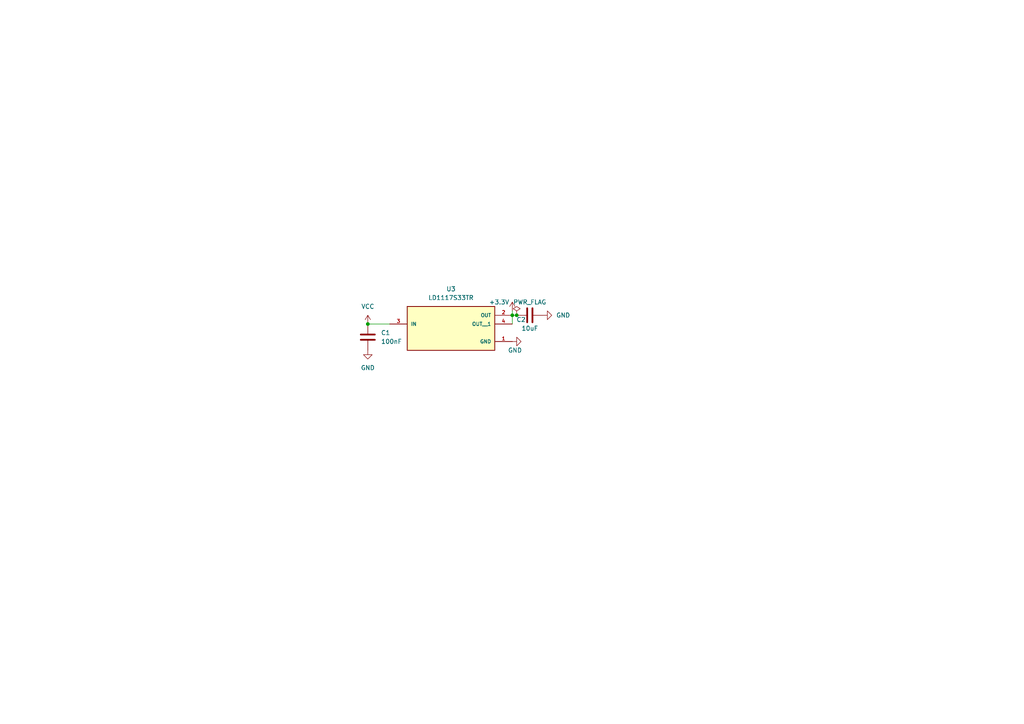
<source format=kicad_sch>
(kicad_sch (version 20231120) (generator "eeschema") (generator_version "8.0")
  (paper "A4")
  (lib_symbols
    (symbol "Device:C" (pin_numbers hide) (pin_names (offset 0.254))
      (property "Reference" "C" (at 0.635 2.54 0))
      (property "Value" "C" (at 0.635 -2.54 0))
      (symbol "C_0_1"
        (polyline (pts (xy -2.032 -0.762) (xy 2.032 -0.762)) (stroke (width 0.508)))
        (polyline (pts (xy -2.032 0.762) (xy 2.032 0.762)) (stroke (width 0.508)))
      )
      (symbol "C_1_1"
        (pin passive line (at 0 3.81 270) (length 2.794) (name "~") (number "1"))
        (pin passive line (at 0 -3.81 90) (length 2.794) (name "~") (number "2"))
      )
    )
    (symbol "LD1117S33TR:LD1117S33TR" (pin_names (offset 1.016))
      (property "Reference" "U" (at -10.1695 7.6271 0))
      (property "Value" "LD1117S33TR" (at -12.7227 -10.1736 0))
      (symbol "LD1117S33TR_0_0"
        (rectangle (start -12.7 -7.62) (end 12.7 5.08) (stroke (width 0.254)) (fill (type background)))
        (pin power_in line (at 17.78 -5.08 180) (length 5.08) (name "GND") (number "1"))
        (pin output line (at 17.78 2.54 180) (length 5.08) (name "OUT") (number "2"))
        (pin input line (at -17.78 0 0) (length 5.08) (name "IN") (number "3"))
        (pin output line (at 17.78 0 180) (length 5.08) (name "OUT__1") (number "4"))
      )
    )
    (symbol "power:+3.3V" (power) (pin_names (offset 0))
      (property "Value" "+3.3V" (at 0 3.556 0))
      (symbol "+3.3V_0_1"
        (polyline (pts (xy -0.762 1.27) (xy 0 2.54)))
        (polyline (pts (xy 0 0) (xy 0 2.54)))
        (polyline (pts (xy 0 2.54) (xy 0.762 1.27)))
      )
      (symbol "+3.3V_1_1"
        (pin power_in line (at 0 0 90) (length 0) hide (name "+3.3V") (number "1"))
      )
    )
    (symbol "power:GND" (power) (pin_names (offset 0))
      (property "Value" "GND" (at 0 -3.81 0))
      (symbol "GND_0_1"
        (polyline (pts (xy 0 0) (xy 0 -1.27) (xy 1.27 -1.27) (xy 0 -2.54) (xy -1.27 -1.27) (xy 0 -1.27)))
      )
      (symbol "GND_1_1"
        (pin power_in line (at 0 0 270) (length 0) hide (name "GND") (number "1"))
      )
    )
    (symbol "power:PWR_FLAG" (power) (pin_numbers hide) (pin_names (offset 0) hide)
      (property "Value" "PWR_FLAG" (at 0 3.81 0))
      (symbol "PWR_FLAG_0_0"
        (pin power_out line (at 0 0 90) (length 0) (name "pwr") (number "1"))
      )
      (symbol "PWR_FLAG_0_1"
        (polyline (pts (xy 0 0) (xy 0 1.27) (xy -1.016 1.905) (xy 0 2.54) (xy 1.016 1.905) (xy 0 1.27)))
      )
    )
    (symbol "power:VCC" (power) (pin_names (offset 0))
      (property "Value" "VCC" (at 0 3.81 0))
      (symbol "VCC_0_1"
        (polyline (pts (xy -0.762 1.27) (xy 0 2.54)))
        (polyline (pts (xy 0 0) (xy 0 2.54)))
        (polyline (pts (xy 0 2.54) (xy 0.762 1.27)))
      )
      (symbol "VCC_1_1"
        (pin power_in line (at 0 0 90) (length 0) hide (name "VCC") (number "1"))
      )
    )
  )
  (junction (at 149.86 91.44))
  (junction (at 106.68 93.98))
  (junction (at 148.59 91.44))
  (wire (pts (xy 148.59 90.17) (xy 148.59 91.44)))
  (wire (pts (xy 106.68 93.98) (xy 113.03 93.98)))
  (wire (pts (xy 148.59 91.44) (xy 148.59 93.98)))
  (wire (pts (xy 149.86 91.44) (xy 148.59 91.44)))
  (symbol (lib_id "LD1117S33TR:LD1117S33TR") (at 130.81 93.98 0) (unit 1)
    (property "Reference" "U3" (at 130.81 83.82 0))
    (property "Value" "LD1117S33TR" (at 130.81 86.36 0))
    (property "Footprint" "revparts2:SOT230P700X180-4N" (effects (hide yes)))
    (property "MANUFACTURER" "ST Microelectronics" (effects (hide yes)))
  )
  (symbol (lib_id "power:GND") (at 157.48 91.44 90) (unit 1)
    (property "Reference" "#PWR05" (effects (hide yes)))
    (property "Value" "GND" (at 161.29 91.44 90) (effects (justify right)))
  )
  (symbol (lib_id "power:PWR_FLAG") (at 149.86 91.44 0) (unit 1)
    (property "Reference" "#FLG03" (effects (hide yes)))
    (property "Value" "PWR_FLAG" (at 153.67 87.63 0))
  )
  (symbol (lib_id "power:GND") (at 148.59 99.06 90) (unit 1)
    (property "Reference" "#PWR04" (effects (hide yes)))
    (property "Value" "GND" (at 147.32 101.6 90) (effects (justify right)))
  )
  (symbol (lib_id "power:+3.3V") (at 148.59 90.17 0) (unit 1)
    (property "Reference" "#PWR03" (effects (hide yes)))
    (property "Value" "+3.3V" (at 144.78 87.63 0))
    (instances (project "Motor Programmer Rev. 2" (path "" (reference "#PWR03") (unit 1))) (project "ESP32_S2_SOLO_N4 Kicad Reference Design" (path "" (reference "#PWR03") (unit 1))) (project "esp32" (path "" (reference "#PWR05") (unit 1))))
  )
  (symbol (lib_id "power:GND") (at 106.68 101.6 0) (unit 1)
    (property "Reference" "#PWR02" (effects (hide yes)))
    (property "Value" "GND" (at 106.68 106.68 0))
  )
  (symbol (lib_id "Device:C") (at 153.67 91.44 270) (unit 1)
    (property "Reference" "C2" (at 151.13 92.71 90))
    (property "Value" "10uF" (at 153.67 95.25 90))
    (property "Footprint" "Capacitor_SMD:C_0805_2012Metric" (effects (hide yes)))
  )
  (symbol (lib_id "Device:C") (at 106.68 97.79 0) (unit 1)
    (property "Reference" "C1" (at 110.49 96.52 0) (effects (justify left)))
    (property "Value" "100nF" (at 110.49 99.06 0) (effects (justify left)))
    (property "Footprint" "Capacitor_SMD:C_0402_1005Metric" (effects (hide yes)))
  )
  (symbol (lib_id "power:VCC") (at 106.68 93.98 0) (unit 1)
    (property "Reference" "#PWR01" (effects (hide yes)))
    (property "Value" "VCC" (at 106.68 88.9 0))
  )
)
</source>
